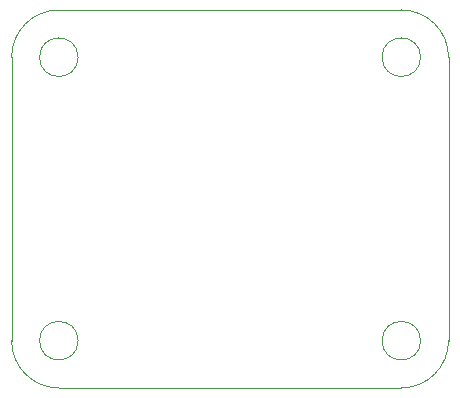
<source format=gbr>
G04 #@! TF.FileFunction,Profile,NP*
%FSLAX46Y46*%
G04 Gerber Fmt 4.6, Leading zero omitted, Abs format (unit mm)*
G04 Created by KiCad (PCBNEW 4.0.7-e2-6376~58~ubuntu16.04.1) date Thu Feb  1 21:29:33 2018*
%MOMM*%
%LPD*%
G01*
G04 APERTURE LIST*
%ADD10C,0.100000*%
G04 APERTURE END LIST*
D10*
X173208500Y-90986300D02*
X144208500Y-90986300D01*
X177208500Y-118986300D02*
G75*
G02X173208500Y-122986300I-4000000J0D01*
G01*
X174840450Y-118986300D02*
G75*
G03X174840450Y-118986300I-1631950J0D01*
G01*
X174840450Y-94986300D02*
G75*
G03X174840450Y-94986300I-1631950J0D01*
G01*
X177208500Y-94986300D02*
X177208500Y-118986300D01*
X140208500Y-94986300D02*
G75*
G02X144208500Y-90986300I4000000J0D01*
G01*
X145840450Y-94986300D02*
G75*
G03X145840450Y-94986300I-1631950J0D01*
G01*
X140208500Y-94986300D02*
X140208500Y-118986300D01*
X145840450Y-118986300D02*
G75*
G03X145840450Y-118986300I-1631950J0D01*
G01*
X173208500Y-122986300D02*
X144208500Y-122986300D01*
X173208500Y-90986300D02*
G75*
G02X177208500Y-94986300I0J-4000000D01*
G01*
X144208500Y-122986300D02*
G75*
G02X140208500Y-118986300I0J4000000D01*
G01*
M02*

</source>
